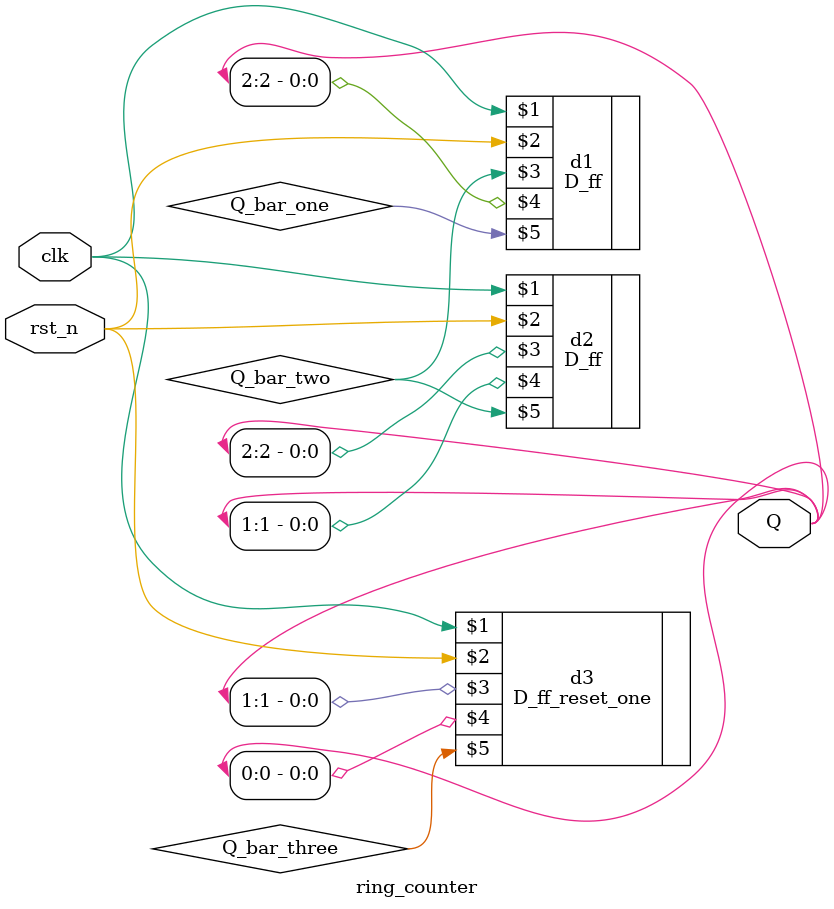
<source format=v>
`timescale 1ns/1ps

module ring_counter(clk, rst_n, Q);
    input clk, rst_n;
    output [2:0] Q;
    wire Q_bar_one, Q_bar_two, Q_bar_three;

    D_ff d1(clk, rst_n, Q_bar_two, Q[2], Q_bar_one);
    D_ff d2(clk, rst_n, Q[2], Q[1], Q_bar_two);
    D_ff_reset_one d3(clk, rst_n, Q[1], Q[0], Q_bar_three);
    
endmodule
</source>
